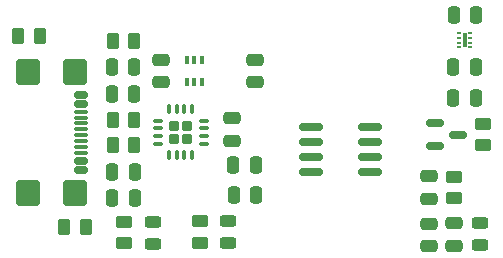
<source format=gbr>
%TF.GenerationSoftware,KiCad,Pcbnew,9.0.2*%
%TF.CreationDate,2025-07-27T21:59:35+02:00*%
%TF.ProjectId,USB-RS485_FT230,5553422d-5253-4343-9835-5f4654323330,rev?*%
%TF.SameCoordinates,Original*%
%TF.FileFunction,Paste,Top*%
%TF.FilePolarity,Positive*%
%FSLAX46Y46*%
G04 Gerber Fmt 4.6, Leading zero omitted, Abs format (unit mm)*
G04 Created by KiCad (PCBNEW 9.0.2) date 2025-07-27 21:59:35*
%MOMM*%
%LPD*%
G01*
G04 APERTURE LIST*
G04 Aperture macros list*
%AMRoundRect*
0 Rectangle with rounded corners*
0 $1 Rounding radius*
0 $2 $3 $4 $5 $6 $7 $8 $9 X,Y pos of 4 corners*
0 Add a 4 corners polygon primitive as box body*
4,1,4,$2,$3,$4,$5,$6,$7,$8,$9,$2,$3,0*
0 Add four circle primitives for the rounded corners*
1,1,$1+$1,$2,$3*
1,1,$1+$1,$4,$5*
1,1,$1+$1,$6,$7*
1,1,$1+$1,$8,$9*
0 Add four rect primitives between the rounded corners*
20,1,$1+$1,$2,$3,$4,$5,0*
20,1,$1+$1,$4,$5,$6,$7,0*
20,1,$1+$1,$6,$7,$8,$9,0*
20,1,$1+$1,$8,$9,$2,$3,0*%
G04 Aperture macros list end*
%ADD10RoundRect,0.150000X-0.587500X-0.150000X0.587500X-0.150000X0.587500X0.150000X-0.587500X0.150000X0*%
%ADD11RoundRect,0.250000X0.450000X-0.262500X0.450000X0.262500X-0.450000X0.262500X-0.450000X-0.262500X0*%
%ADD12RoundRect,0.250000X-0.250000X-0.475000X0.250000X-0.475000X0.250000X0.475000X-0.250000X0.475000X0*%
%ADD13RoundRect,0.150000X-0.825000X-0.150000X0.825000X-0.150000X0.825000X0.150000X-0.825000X0.150000X0*%
%ADD14RoundRect,0.250000X0.475000X-0.250000X0.475000X0.250000X-0.475000X0.250000X-0.475000X-0.250000X0*%
%ADD15RoundRect,0.250000X0.262500X0.450000X-0.262500X0.450000X-0.262500X-0.450000X0.262500X-0.450000X0*%
%ADD16RoundRect,0.243750X-0.456250X0.243750X-0.456250X-0.243750X0.456250X-0.243750X0.456250X0.243750X0*%
%ADD17RoundRect,0.250000X0.250000X0.475000X-0.250000X0.475000X-0.250000X-0.475000X0.250000X-0.475000X0*%
%ADD18RoundRect,0.243750X0.456250X-0.243750X0.456250X0.243750X-0.456250X0.243750X-0.456250X-0.243750X0*%
%ADD19RoundRect,0.250000X-0.450000X0.262500X-0.450000X-0.262500X0.450000X-0.262500X0.450000X0.262500X0*%
%ADD20RoundRect,0.250000X-0.262500X-0.450000X0.262500X-0.450000X0.262500X0.450000X-0.262500X0.450000X0*%
%ADD21RoundRect,0.212500X-0.212500X0.212500X-0.212500X-0.212500X0.212500X-0.212500X0.212500X0.212500X0*%
%ADD22RoundRect,0.075000X-0.075000X0.350000X-0.075000X-0.350000X0.075000X-0.350000X0.075000X0.350000X0*%
%ADD23RoundRect,0.075000X-0.350000X0.075000X-0.350000X-0.075000X0.350000X-0.075000X0.350000X0.075000X0*%
%ADD24RoundRect,0.250000X-0.475000X0.250000X-0.475000X-0.250000X0.475000X-0.250000X0.475000X0.250000X0*%
%ADD25RoundRect,0.100000X-0.100000X0.225000X-0.100000X-0.225000X0.100000X-0.225000X0.100000X0.225000X0*%
%ADD26R,0.400000X0.230000*%
%ADD27R,0.300000X1.300000*%
%ADD28RoundRect,0.150000X-0.425000X0.150000X-0.425000X-0.150000X0.425000X-0.150000X0.425000X0.150000X0*%
%ADD29RoundRect,0.075000X-0.500000X0.075000X-0.500000X-0.075000X0.500000X-0.075000X0.500000X0.075000X0*%
%ADD30RoundRect,0.250000X-0.750000X0.840000X-0.750000X-0.840000X0.750000X-0.840000X0.750000X0.840000X0*%
G04 APERTURE END LIST*
D10*
%TO.C,D3*%
X162085000Y-92638909D03*
X162085000Y-94538909D03*
X163960000Y-93588909D03*
%TD*%
D11*
%TO.C,R7*%
X166095000Y-94501409D03*
X166095000Y-92676409D03*
%TD*%
D12*
%TO.C,C4*%
X134715000Y-98948909D03*
X136615000Y-98948909D03*
%TD*%
D13*
%TO.C,U3*%
X151570000Y-92943909D03*
X151570000Y-94213909D03*
X151570000Y-95483909D03*
X151570000Y-96753909D03*
X156520000Y-96753909D03*
X156520000Y-95483909D03*
X156520000Y-94213909D03*
X156520000Y-92943909D03*
%TD*%
D14*
%TO.C,C12*%
X161535000Y-99018909D03*
X161535000Y-97118909D03*
%TD*%
D15*
%TO.C,R1*%
X136567500Y-94463909D03*
X134742500Y-94463909D03*
%TD*%
%TO.C,R4*%
X132467500Y-101438909D03*
X130642500Y-101438909D03*
%TD*%
D12*
%TO.C,C9*%
X144975000Y-96148909D03*
X146875000Y-96148909D03*
%TD*%
D16*
%TO.C,D1*%
X144515000Y-100911409D03*
X144515000Y-102786409D03*
%TD*%
D15*
%TO.C,R2*%
X136567500Y-92338909D03*
X134742500Y-92338909D03*
%TD*%
D17*
%TO.C,C15*%
X165525000Y-83448909D03*
X163625000Y-83448909D03*
%TD*%
%TO.C,C1*%
X136595000Y-90108909D03*
X134695000Y-90108909D03*
%TD*%
D14*
%TO.C,C5*%
X138885000Y-89158909D03*
X138885000Y-87258909D03*
%TD*%
D18*
%TO.C,D4*%
X165885000Y-102966409D03*
X165885000Y-101091409D03*
%TD*%
D12*
%TO.C,C7*%
X144995000Y-98658909D03*
X146895000Y-98658909D03*
%TD*%
D19*
%TO.C,R6*%
X135755000Y-100966409D03*
X135755000Y-102791409D03*
%TD*%
D20*
%TO.C,R3*%
X126742500Y-85198909D03*
X128567500Y-85198909D03*
%TD*%
D17*
%TO.C,C3*%
X136615000Y-96748909D03*
X134715000Y-96748909D03*
%TD*%
D14*
%TO.C,C14*%
X161505000Y-103008909D03*
X161505000Y-101108909D03*
%TD*%
D21*
%TO.C,U1*%
X141030000Y-92863909D03*
X139980000Y-92863909D03*
X141030000Y-93913909D03*
X139980000Y-93913909D03*
D22*
X141480000Y-91438909D03*
X140830000Y-91438909D03*
X140180000Y-91438909D03*
X139530000Y-91438909D03*
D23*
X138555000Y-92413909D03*
X138555000Y-93063909D03*
X138555000Y-93713909D03*
X138555000Y-94363909D03*
D22*
X139530000Y-95338909D03*
X140180000Y-95338909D03*
X140830000Y-95338909D03*
X141480000Y-95338909D03*
D23*
X142455000Y-94363909D03*
X142455000Y-93713909D03*
X142455000Y-93063909D03*
X142455000Y-92413909D03*
%TD*%
D24*
%TO.C,C8*%
X146785000Y-87258909D03*
X146785000Y-89158909D03*
%TD*%
D17*
%TO.C,C16*%
X165495000Y-87868909D03*
X163595000Y-87868909D03*
%TD*%
D24*
%TO.C,C6*%
X144885000Y-92198909D03*
X144885000Y-94098909D03*
%TD*%
D25*
%TO.C,U2*%
X142315000Y-87238909D03*
X141665000Y-87238909D03*
X141015000Y-87238909D03*
X141015000Y-89138909D03*
X141665000Y-89138909D03*
X142315000Y-89138909D03*
%TD*%
D19*
%TO.C,R8*%
X163655000Y-97136409D03*
X163655000Y-98961409D03*
%TD*%
D12*
%TO.C,C11*%
X163610000Y-90512095D03*
X165510000Y-90512095D03*
%TD*%
D14*
%TO.C,C13*%
X163685000Y-102998909D03*
X163685000Y-101098909D03*
%TD*%
D12*
%TO.C,C2*%
X134695000Y-87888909D03*
X136595000Y-87888909D03*
%TD*%
D26*
%TO.C,U6*%
X164045000Y-84993909D03*
X164045000Y-85393909D03*
X164045000Y-85793909D03*
X164045000Y-86193909D03*
X165045000Y-86193909D03*
X165045000Y-85793909D03*
X165045000Y-85393909D03*
X165045000Y-84993909D03*
D27*
X164545000Y-85593909D03*
%TD*%
D15*
%TO.C,R9*%
X136567500Y-85668909D03*
X134742500Y-85668909D03*
%TD*%
D28*
%TO.C,J1*%
X132110000Y-90188909D03*
X132110000Y-90988909D03*
D29*
X132110000Y-92138909D03*
X132110000Y-93138909D03*
X132110000Y-93638909D03*
X132110000Y-94638909D03*
D28*
X132110000Y-95788909D03*
X132110000Y-96588909D03*
X132110000Y-96588909D03*
X132110000Y-95788909D03*
D29*
X132110000Y-95138909D03*
X132110000Y-94138909D03*
X132110000Y-92638909D03*
X132110000Y-91638909D03*
D28*
X132110000Y-90988909D03*
X132110000Y-90188909D03*
D30*
X131535000Y-88278909D03*
X127605000Y-88278909D03*
X131535000Y-98498909D03*
X127605000Y-98498909D03*
%TD*%
D16*
%TO.C,D2*%
X138145000Y-100941409D03*
X138145000Y-102816409D03*
%TD*%
D19*
%TO.C,R5*%
X142155000Y-100926409D03*
X142155000Y-102751409D03*
%TD*%
M02*

</source>
